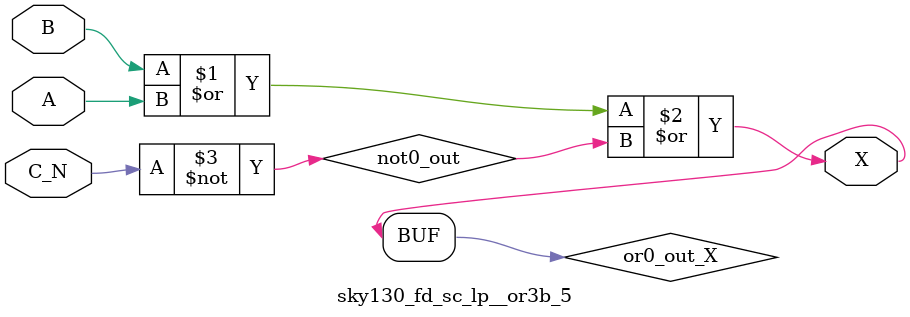
<source format=v>
module sky130_fd_sc_lp__or3b_5 (
    X  ,
    A  ,
    B  ,
    C_N
);
    output X  ;
    input  A  ;
    input  B  ;
    input  C_N;
    wire not0_out ;
    wire or0_out_X;
    not not0 (not0_out , C_N            );
    or  or0  (or0_out_X, B, A, not0_out );
    buf buf0 (X        , or0_out_X      );
endmodule
</source>
